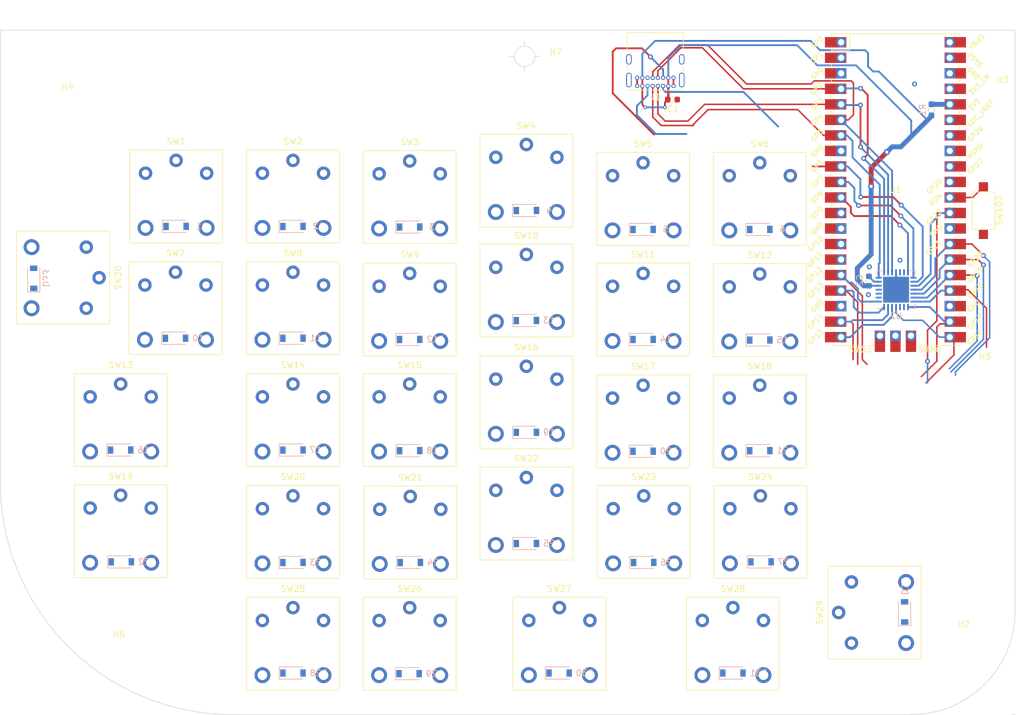
<source format=kicad_pcb>
(kicad_pcb (version 20211014) (generator pcbnew)
  (layers (0 "F.Cu" signal) (31 "B.Cu" signal) (34 "B.Paste" user) (35 "F.Paste" user) (36 "B.SilkS" user "B.Silkscreen") (37 "F.SilkS" user "F.Silkscreen") (38 "B.Mask" user) (39 "F.Mask" user) (44 "Edge.Cuts" user))
  (net 0 "")
  (net 1 "GND")
  (net 2 "Net-(D11-Pad2)")
  (net 3 "Net-(D12-Pad2)")
  (net 4 "Net-(D13-Pad2)")
  (net 5 "/ROW_0")
  (net 6 "Net-(D14-Pad2)")
  (net 7 "Net-(D15-Pad2)")
  (net 8 "Net-(D16-Pad2)")
  (net 9 "Net-(D17-Pad2)")
  (net 10 "Net-(D18-Pad2)")
  (net 11 "Net-(D19-Pad2)")
  (net 12 "/ROW_1")
  (net 13 "Net-(D20-Pad2)")
  (net 14 "Net-(D21-Pad2)")
  (net 15 "Net-(D22-Pad2)")
  (net 16 "Net-(D23-Pad2)")
  (net 17 "Net-(D24-Pad2)")
  (net 18 "Net-(D25-Pad2)")
  (net 19 "/ROW_2")
  (net 20 "Net-(D26-Pad2)")
  (net 21 "Net-(D27-Pad2)")
  (net 22 "Net-(D28-Pad2)")
  (net 23 "Net-(D29-Pad2)")
  (net 24 "Net-(D30-Pad2)")
  (net 25 "Net-(D31-Pad2)")
  (net 26 "/ROW_3")
  (net 27 "Net-(D32-Pad2)")
  (net 28 "/ROW_4")
  (net 29 "/SPI0_TX")
  (net 30 "/SPI0_CSn")
  (net 31 "/SPI0_RX")
  (net 32 "/SPI0_SCK")
  (net 33 "/COL_0")
  (net 34 "/COL_1")
  (net 35 "/COL_2")
  (net 36 "/COL_3")
  (net 37 "/COL_4")
  (net 38 "/COL_5")
  (net 39 "Net-(D1-Pad2)")
  (net 40 "Net-(D2-Pad2)")
  (net 41 "Net-(D3-Pad2)")
  (net 42 "Net-(D4-Pad2)")
  (net 43 "Net-(D5-Pad2)")
  (net 44 "Net-(D6-Pad2)")
  (net 45 "Net-(D10-Pad2)")
  (net 57 "+VDC")
  (net 58 "/~{RESET}")
  (net 59 "/INTB")
  (net 60 "/INTA")
  (net 61 "Net-(R1-Pad1)")
  (net 74 "Net-(D33-Pad2)")
  (net 75 "Net-(SW100-Pad1)")
  (footprint "Capacitor_SMD:C_0603_1608Metric" (layer "F.Cu") (at 196.51 46.35)
    (fp_text reference "C1")
    (fp_text value "C")
  )
  (footprint "Switch_Keyboard_Kailh:SW_Kailh_Choc_V1V2_1.00u" (layer "F.Cu") (at 134.399709 62.2)
    (fp_text reference "SW2")
    (fp_text value "SW_Push")
  )
  (footprint "Switch_Keyboard_Kailh:SW_Kailh_Choc_V1V2_1.00u" (layer "F.Cu") (at 210.8 99)
    (fp_text reference "SW18")
    (fp_text value "SW_Push")
  )
  (footprint "MCU_RaspberryPi_and_Boards:RPi_Pico_SMD_TH" (layer "F.Cu") (at 233 61.1)
    (fp_text reference "U1")
    (fp_text value "Pico")
  )
  (footprint "Switch_Keyboard_Kailh:SW_Kailh_Choc_V1V2_1.00u" (layer "F.Cu") (at 191.8 117.1)
    (fp_text reference "SW23")
    (fp_text value "SW_Push")
  )
  (footprint "MountingHole:MountingHole_3.2mm_M3" (layer "F.Cu") (at 172.3 39.3)
    (fp_text reference "H7")
    (fp_text value "MountingHole")
  )
  (footprint "Switch_Keyboard_Kailh:SW_Kailh_Choc_V1V2_1.50u" (layer "F.Cu") (at 229.6 130.3 90)
    (fp_text reference "SW29")
    (fp_text value "SW_Push")
  )
  (footprint "Switch_Keyboard_Kailh:SW_Kailh_Choc_V1V2_1.00u" (layer "F.Cu") (at 134.399709 98.8)
    (fp_text reference "SW14")
    (fp_text value "SW_Push")
  )
  (footprint "Connector_USB:USB_C_Receptacle_GCT_USB4085" (layer "F.Cu") (at 196.675 44.125 180)
    (fp_text reference "J1")
    (fp_text value "USB_C_Receptacle_USB2.0")
  )
  (footprint "Switch_Keyboard_Kailh:SW_Kailh_Choc_V1V2_2.00u" (layer "F.Cu") (at 106.2 98.8)
    (fp_text reference "SW13")
    (fp_text value "SW_Push")
  )
  (footprint "Switch_Keyboard_Kailh:SW_Kailh_Choc_V1V2_1.00u" (layer "F.Cu") (at 210.8 62.6)
    (fp_text reference "SW6")
    (fp_text value "SW_Push")
  )
  (footprint "Switch_Keyboard_Kailh:SW_Kailh_Choc_V1V2_1.50u" (layer "F.Cu") (at 178 135.394035)
    (fp_text reference "SW27")
    (fp_text value "SW_Push")
  )
  (footprint "Switch_Keyboard_Kailh:SW_Kailh_Choc_V1V2_1.00u" (layer "F.Cu") (at 172.599709 77.6)
    (fp_text reference "SW10")
    (fp_text value "SW_Push")
  )
  (footprint "Switch_Keyboard_Kailh:SW_Kailh_Choc_V1V2_1.00u" (layer "F.Cu") (at 115.269767 62.2)
    (fp_text reference "SW1")
    (fp_text value "SW_Push")
  )
  (footprint "Switch_Keyboard_Kailh:SW_Kailh_Choc_V1V2_1.00u" (layer "F.Cu") (at 191.7 80.7)
    (fp_text reference "SW11")
    (fp_text value "SW_Push")
  )
  (footprint "MountingHole:MountingHole_3.2mm_M3" (layer "F.Cu") (at 244.14 136.43)
    (fp_text reference "H2")
    (fp_text value "MountingHole")
  )
  (footprint "Switch_Keyboard_Kailh:SW_Kailh_Choc_V1V2_1.50u" (layer "F.Cu") (at 96.769767 75.5 -90)
    (fp_text reference "SW30")
    (fp_text value "SW_Push")
  )
  (footprint "Switch_Keyboard_Kailh:SW_Kailh_Choc_V1V2_1.00u" (layer "F.Cu") (at 153.599709 117.2)
    (fp_text reference "SW21")
    (fp_text value "SW_Push")
  )
  (footprint "MountingHole:MountingHole_3.2mm_M3" (layer "F.Cu") (at 247.65 92.6)
    (fp_text reference "H5")
    (fp_text value "MountingHole")
  )
  (footprint "Switch_Keyboard_Kailh:SW_Kailh_Choc_V1V2_1.00u" (layer "F.Cu") (at 153.499709 80.7)
    (fp_text reference "SW9")
    (fp_text value "SW_Push")
  )
  (footprint "MountingHole:MountingHole_3.2mm_M3" (layer "F.Cu") (at 97.8 39.3)
    (fp_text reference "H4")
    (fp_text value "MountingHole")
  )
  (footprint "Switch_Keyboard_Kailh:SW_Kailh_Choc_V1V2_1.00u" (layer "F.Cu") (at 172.599709 59.6)
    (fp_text reference "SW4")
    (fp_text value "SW_Push")
  )
  (footprint "Switch_Keyboard_Kailh:SW_Kailh_Choc_V1V2_1.00u" (layer "F.Cu") (at 115.169767 80.5)
    (fp_text reference "SW7")
    (fp_text value "SW_Push")
  )
  (footprint "MountingHole:MountingHole_3.2mm_M3" (layer "F.Cu") (at 107.5 138.3)
    (fp_text reference "H6")
    (fp_text value "MountingHole")
  )
  (footprint "Button_Switch_SMD:SW_SPST_CK_RS282G05A3" (layer "F.Cu") (at 247.396 64.516 -90)
    (fp_text reference "SW100")
    (fp_text value "SW_SPST")
  )
  (footprint "Switch_Keyboard_Kailh:SW_Kailh_Choc_V1V2_1.00u" (layer "F.Cu") (at 191.7 99)
    (fp_text reference "SW17")
    (fp_text value "SW_Push")
  )
  (footprint "Switch_Keyboard_Kailh:SW_Kailh_Choc_V1V2_2.00u" (layer "F.Cu") (at 106.2 117)
    (fp_text reference "SW19")
    (fp_text value "SW_Push")
  )
  (footprint "Switch_Keyboard_Kailh:SW_Kailh_Choc_V1V2_1.00u" (layer "F.Cu") (at 210.9 117.1)
    (fp_text reference "SW24")
    (fp_text value "SW_Push")
  )
  (footprint "Switch_Keyboard_Kailh:SW_Kailh_Choc_V1V2_1.50u" (layer "F.Cu") (at 206.399709 135.394035)
    (fp_text reference "SW28")
    (fp_text value "SW_Push")
  )
  (footprint "Switch_Keyboard_Kailh:SW_Kailh_Choc_V1V2_1.00u" (layer "F.Cu") (at 191.7 62.6)
    (fp_text reference "SW5")
    (fp_text value "SW_Push")
  )
  (footprint "Switch_Keyboard_Kailh:SW_Kailh_Choc_V1V2_1.00u" (layer "F.Cu") (at 153.499709 62.3)
    (fp_text reference "SW3")
    (fp_text value "SW_Push")
  )
  (footprint "Switch_Keyboard_Kailh:SW_Kailh_Choc_V1V2_1.00u" (layer "F.Cu") (at 134.4 135.4)
    (fp_text reference "SW25")
    (fp_text value "SW_Push")
  )
  (footprint "Switch_Keyboard_Kailh:SW_Kailh_Choc_V1V2_1.00u" (layer "F.Cu") (at 172.599709 114.1)
    (fp_text reference "SW22")
    (fp_text value "SW_Push")
  )
  (footprint "Switch_Keyboard_Kailh:SW_Kailh_Choc_V1V2_1.00u" (layer "F.Cu") (at 153.499709 98.8)
    (fp_text reference "SW15")
    (fp_text value "SW_Push")
  )
  (footprint "MountingHole:MountingHole_3.2mm_M3" (layer "F.Cu") (at 248.9 38.7)
    (fp_text reference "H3")
    (fp_text value "MountingHole")
  )
  (footprint "Switch_Keyboard_Kailh:SW_Kailh_Choc_V1V2_1.00u" (layer "F.Cu") (at 134.399709 80.5)
    (fp_text reference "SW8")
    (fp_text value "SW_Push")
  )
  (footprint "Switch_Keyboard_Kailh:SW_Kailh_Choc_V1V2_1.00u" (layer "F.Cu") (at 210.8 80.8)
    (fp_text reference "SW12")
    (fp_text value "SW_Push")
  )
  (footprint "Switch_Keyboard_Kailh:SW_Kailh_Choc_V1V2_1.00u" (layer "F.Cu") (at 134.399709 117.1)
    (fp_text reference "SW20")
    (fp_text value "SW_Push")
  )
  (footprint "Switch_Keyboard_Kailh:SW_Kailh_Choc_V1V2_1.00u" (layer "F.Cu") (at 172.599709 95.9)
    (fp_text reference "SW16")
    (fp_text value "SW_Push")
  )
  (footprint "Switch_Keyboard_Kailh:SW_Kailh_Choc_V1V2_1.00u" (layer "F.Cu") (at 153.499709 135.4)
    (fp_text reference "SW26")
    (fp_text value "SW_Push")
  )
  (footprint "Diode_SMD:D_SOD-123" (layer "B.Cu") (at 153.5 85.605965 0.3141592654)
    (fp_text reference "D12")
    (fp_text value "1N4148W")
  )
  (footprint "Diode_SMD:D_SOD-123" (layer "B.Cu") (at 134.4 122.105965 0.3141592654)
    (fp_text reference "D23")
    (fp_text value "1N4148W")
  )
  (footprint "Diode_SMD:D_SOD-123" (layer "B.Cu") (at 172.6 100.805965 0.3141592654)
    (fp_text reference "D19")
    (fp_text value "1N4148W")
  )
  (footprint "Diode_SMD:D_SOD-123" (layer "B.Cu") (at 153.5 103.805965 0.3141592654)
    (fp_text reference "D18")
    (fp_text value "1N4148W")
  )
  (footprint "Diode_SMD:D_SOD-123" (layer "B.Cu") (at 172.6 82.505965 0.3141592654)
    (fp_text reference "D13")
    (fp_text value "1N4148W")
  )
  (footprint "Diode_SMD:D_SOD-123" (layer "B.Cu") (at 191.700287 67.60466 0.3141592654)
    (fp_text reference "D5")
    (fp_text value "1N4148W")
  )
  (footprint "Diode_SMD:D_SOD-123" (layer "B.Cu") (at 153.4 140.3)
    (fp_text reference "D29")
    (fp_text value "1N4148W")
  )
  (footprint "Package_DFN_QFN:QFN-28-1EP_6x6mm_P0.65mm_EP4.25x4.25mm" (layer "B.Cu") (at 233.1 77.46)
    (fp_text reference "U2")
    (fp_text value "MCP23S17_ML")
  )
  (footprint "Resistor_SMD:R_0603_1608Metric_Pad0.98x0.95mm_HandSolder" (layer "B.Cu") (at 238.89 48.03 -90)
    (fp_text reference "R1")
    (fp_text value "0")
  )
  (footprint "Diode_SMD:D_SOD-123" (layer "B.Cu") (at 172.6 119.005965 0.3141592654)
    (fp_text reference "D25")
    (fp_text value "1N4148W")
  )
  (footprint "Diode_SMD:D_SOD-123" (layer "B.Cu") (at 177.95 140.2)
    (fp_text reference "D30")
    (fp_text value "1N4148W")
  )
  (footprint "Diode_SMD:D_SOD-123" (layer "B.Cu") (at 234.505965 130.199709 90.31415927)
    (fp_text reference "D32")
    (fp_text value "1N4148W")
  )
  (footprint "Diode_SMD:D_SOD-123" (layer "B.Cu") (at 153.6 122.105965 0.3141592654)
    (fp_text reference "D24")
    (fp_text value "1N4148W")
  )
  (footprint "Diode_SMD:D_SOD-123" (layer "B.Cu") (at 115.270054 67.10466 0.3141592654)
    (fp_text reference "D1")
    (fp_text value "1N4148W")
  )
  (footprint "Diode_SMD:D_SOD-123" (layer "B.Cu") (at 134.399996 67.10466 0.3141592654)
    (fp_text reference "D2")
    (fp_text value "1N4148W")
  )
  (footprint "Diode_SMD:D_SOD-123" (layer "B.Cu") (at 210.800291 85.705965 0.3141592654)
    (fp_text reference "D15")
    (fp_text value "1N4148W")
  )
  (footprint "Diode_SMD:D_SOD-123" (layer "B.Cu") (at 115.170058 85.405965 0.3141592654)
    (fp_text reference "D10")
    (fp_text value "1N4148W")
  )
  (footprint "Diode_SMD:D_SOD-123" (layer "B.Cu") (at 206.4 140.2)
    (fp_text reference "D31")
    (fp_text value "1N4148W")
  )
  (footprint "Diode_SMD:D_SOD-123" (layer "B.Cu") (at 106.3 122.005965 0.3141592654)
    (fp_text reference "D22")
    (fp_text value "1N4148W")
  )
  (footprint "Diode_SMD:D_SOD-123" (layer "B.Cu") (at 134.4 103.705965 0.3141592654)
    (fp_text reference "D17")
    (fp_text value "1N4148W")
  )
  (footprint "Diode_SMD:D_SOD-123" (layer "B.Cu") (at 191.800291 122.105965 0.3141592654)
    (fp_text reference "D26")
    (fp_text value "1N4148W")
  )
  (footprint "Diode_SMD:D_SOD-123" (layer "B.Cu") (at 210.800287 67.60466 0.3141592654)
    (fp_text reference "D6")
    (fp_text value "1N4148W")
  )
  (footprint "Diode_SMD:D_SOD-123" (layer "B.Cu") (at 172.599996 64.50466 0.3141592654)
    (fp_text reference "D4")
    (fp_text value "1N4148W")
  )
  (footprint "Diode_SMD:D_SOD-123" (layer "B.Cu") (at 134.4 85.405965 0.3141592654)
    (fp_text reference "D11")
    (fp_text value "1N4148W")
  )
  (footprint "Diode_SMD:D_SOD-123" (layer "B.Cu") (at 106.2 103.705965 0.3141592654)
    (fp_text reference "D16")
    (fp_text value "1N4148W")
  )
  (footprint "Diode_SMD:D_SOD-123" (layer "B.Cu") (at 134.4 140.2)
    (fp_text reference "D28")
    (fp_text value "1N4148W")
  )
  (footprint "Diode_SMD:D_SOD-123" (layer "B.Cu") (at 191.700291 85.605965 0.3141592654)
    (fp_text reference "D14")
    (fp_text value "1N4148W")
  )
  (footprint "Diode_SMD:D_SOD-123" (layer "B.Cu") (at 211.000291 122.005965 0.3141592654)
    (fp_text reference "D27")
    (fp_text value "1N4148W")
  )
  (footprint "Diode_SMD:D_SOD-123" (layer "B.Cu") (at 191.700291 103.905965 0.3141592654)
    (fp_text reference "D20")
    (fp_text value "1N4148W")
  )
  (footprint "Diode_SMD:D_SOD-123" (layer "B.Cu") (at 91.969767 75.6 90.3141593)
    (fp_text reference "D33")
    (fp_text value "1N4148W")
  )
  (footprint "Diode_SMD:D_SOD-123" (layer "B.Cu") (at 210.800291 103.805965 0.3141592654)
    (fp_text reference "D21")
    (fp_text value "1N4148W")
  )
  (footprint "Diode_SMD:D_SOD-123" (layer "B.Cu") (at 153.499996 67.20466 0.3141592654)
    (fp_text reference "D3")
    (fp_text value "1N4148W")
  )
  (footprint "Capacitor_SMD:C_0603_1608Metric" (layer "B.Cu") (at 228.66 76.05 90)
    (fp_text reference "C2")
    (fp_text value "C")
  )
  (gr_arc (start 252.6 130) (mid 247.620815 142.020815) (end 235.6 147) (layer "Edge.Cuts") (width 0.1))
  (gr_line (start 86.5 35) (end 86.5 109) (layer "Edge.Cuts") (width 0.1))
  (gr_line (start 252.6 130) (end 252.6 35) (layer "Edge.Cuts") (width 0.1))
  (gr_line (start 124.5 147) (end 235.6 147) (layer "Edge.Cuts") (width 0.1))
  (gr_line (start 252.1 147) (end 252.6 147) (layer "Edge.Cuts") (width 0.1))
  (gr_line (start 252.6 35) (end 86.5 35) (layer "Edge.Cuts") (width 0.1))
  (gr_arc (start 124.5 147) (mid 97.629942 135.870058) (end 86.5 109) (layer "Edge.Cuts") (width 0.1))
  (target plus (at 172.3 39.3) (size 5) (width 0.1) (layer "Edge.Cuts"))
  (segment (start 190.725 42.775) (end 190.725 44.125) (width 0.3) (layer "F.Cu") (net 1))
  (segment (start 196.675 42.775) (end 196.675 44.125) (width 0.3) (layer "F.Cu") (net 1))
  (via (at 233.75 72.63) (size 0.8) (drill 0.4) (layers "F.Cu" "B.Cu") (net 1))
  (via (at 228.72 73.73) (size 0.8) (drill 0.4) (layers "F.Cu" "B.Cu") (net 1))
  (via (at 228.57 78.28) (size 0.8) (drill 0.4) (layers "F.Cu" "B.Cu") (net 1))
  (via (at 236.14 43.81) (size 0.8) (drill 0.4) (layers "F.Cu" "B.Cu") (net 1))
  (segment (start 229.49 76.16) (end 228.66 75.33) (width 0.3) (layer "B.Cu") (net 1))
  (segment (start 233.1 74.6225) (end 233.1 77.46) (width 0.3) (layer "B.Cu") (net 1))
  (segment (start 228.66 75.33) (end 228.66 75.275) (width 0.3) (layer "B.Cu") (net 1))
  (segment (start 230.2625 76.16) (end 229.49 76.16) (width 0.3) (layer "B.Cu") (net 1))
  (segment (start 242.57 88.138) (end 237.998 92.71) (width 0.25) (layer "F.Cu") (net 5))
  (segment (start 242.57 85.91) (end 242.57 88.138) (width 0.25) (layer "F.Cu") (net 5))
  (segment (start 241.89 85.23) (end 242.57 85.91) (width 0.25) (layer "F.Cu") (net 5))
  (segment (start 241.89 85.23) (end 240.2 85.23) (width 0.25) (layer "B.Cu") (net 5))
  (segment (start 233.09 81.26) (end 233.09 80.3075) (width 0.25) (layer "B.Cu") (net 5))
  (segment (start 240.2 85.23) (end 237.44 82.47) (width 0.25) (layer "B.Cu") (net 5))
  (segment (start 234.3 82.47) (end 233.09 81.26) (width 0.25) (layer "B.Cu") (net 5))
  (segment (start 233.09 80.3075) (end 233.1 80.2975) (width 0.25) (layer "B.Cu") (net 5))
  (segment (start 237.44 82.47) (end 234.3 82.47) (width 0.25) (layer "B.Cu") (net 5))
  (segment (start 232.45 80.2975) (end 232.45 81.84) (width 0.3) (layer "B.Cu") (net 12))
  (segment (start 227.61 83.22) (end 225.6 85.23) (width 0.3) (layer "B.Cu") (net 12))
  (segment (start 225.6 85.23) (end 224.11 85.23) (width 0.3) (layer "B.Cu") (net 12))
  (segment (start 232.45 81.84) (end 231.07 83.22) (width 0.3) (layer "B.Cu") (net 12))
  (segment (start 231.07 83.22) (end 227.61 83.22) (width 0.3) (layer "B.Cu") (net 12))
  (segment (start 226.06 88.9) (end 226.06 83.058) (width 0.25) (layer "F.Cu") (net 19))
  (segment (start 226.06 83.058) (end 225.692 82.69) (width 0.25) (layer "F.Cu") (net 19))
  (segment (start 225.692 82.69) (end 224.11 82.69) (width 0.25) (layer "F.Cu") (net 19))
  (segment (start 231.8 80.2975) (end 231.8 81.51) (width 0.3) (layer "B.Cu") (net 19))
  (segment (start 231.8 81.51) (end 231.62 81.69) (width 0.3) (layer "B.Cu") (net 19))
  (segment (start 231.62 81.69) (end 230.86 82.45) (width 0.3) (layer "B.Cu") (net 19))
  (segment (start 230.35 82.45) (end 226 82.45) (width 0.3) (layer "B.Cu") (net 19))
  (segment (start 225.76 82.69) (end 226 82.45) (width 0.25) (layer "B.Cu") (net 19))
  (segment (start 230.86 82.45) (end 230.35 82.45) (width 0.3) (layer "B.Cu") (net 19))
  (segment (start 224.11 82.69) (end 225.76 82.69) (width 0.25) (layer "B.Cu") (net 19))
  (segment (start 226.822 89.638) (end 226.822 79.502) (width 0.25) (layer "F.Cu") (net 26))
  (segment (start 224.93 77.61) (end 224.11 77.61) (width 0.25) (layer "F.Cu") (net 26))
  (segment (start 226.82 89.64) (end 226.822 89.638) (width 0.25) (layer "F.Cu") (net 26))
  (segment (start 226.822 79.502) (end 224.93 77.61) (width 0.25) (layer "F.Cu") (net 26))
  (segment (start 224.11 77.61) (end 225.91 77.61) (width 0.3) (layer "B.Cu") (net 26))
  (segment (start 225.91 77.61) (end 226.17 77.87) (width 0.3) (layer "B.Cu") (net 26))
  (segment (start 226.17 77.87) (end 226.17 80.31) (width 0.3) (layer "B.Cu") (net 26))
  (segment (start 226.17 80.31) (end 227.08 81.22) (width 0.3) (layer "B.Cu") (net 26))
  (segment (start 230.2275 81.22) (end 231.15 80.2975) (width 0.3) (layer "B.Cu") (net 26))
  (segment (start 227.08 81.22) (end 230.2275 81.22) (width 0.3) (layer "B.Cu") (net 26))
  (segment (start 227.584 88.9) (end 227.584 78.486) (width 0.25) (layer "F.Cu") (net 28))
  (segment (start 227.584 78.486) (end 224.168 75.07) (width 0.25) (layer "F.Cu") (net 28))
  (segment (start 228.346 89.662) (end 227.584 88.9) (width 0.25) (layer "F.Cu") (net 28))
  (segment (start 224.168 75.07) (end 224.11 75.07) (width 0.25) (layer "F.Cu") (net 28))
  (segment (start 230.2625 79.41) (end 227.32 79.41) (width 0.3) (layer "B.Cu") (net 28))
  (segment (start 227.32 79.41) (end 226.85 78.94) (width 0.3) (layer "B.Cu") (net 28))
  (segment (start 225.86 76.3) (end 225.34 76.3) (width 0.3) (layer "B.Cu") (net 28))
  (segment (start 226.85 78.94) (end 226.85 77.29) (width 0.3) (layer "B.Cu") (net 28))
  (segment (start 225.34 76.3) (end 224.11 75.07) (width 0.3) (layer "B.Cu") (net 28))
  (segment (start 226.85 77.29) (end 225.86 76.3) (width 0.3) (layer "B.Cu") (net 28))
  (segment (start 227.28 54.12) (end 227.28 47.25) (width 0.3) (layer "F.Cu") (net 29))
  (segment (start 201.76 47.13) (end 199.02 49.87) (width 0.25) (layer "F.Cu") (net 29))
  (segment (start 224.11 47.13) (end 201.76 47.13) (width 0.25) (layer "F.Cu") (net 29))
  (segment (start 194.125 48.675) (end 195.32 49.87) (width 0.25) (layer "F.Cu") (net 29))
  (segment (start 194.125 44.125) (end 194.125 48.675) (width 0.25) (layer "F.Cu") (net 29))
  (segment (start 199.02 49.87) (end 195.32 49.87) (width 0.25) (layer "F.Cu") (net 29))
  (via (at 227.28 54.12) (size 0.8) (drill 0.4) (layers "F.Cu" "B.Cu") (net 29))
  (via (at 227.28 47.25) (size 0.8) (drill 0.4) (layers "F.Cu" "B.Cu") (net 29))
  (segment (start 227.28 47.25) (end 224.23 47.25) (width 0.3) (layer "B.Cu") (net 29))
  (segment (start 231.8 63.49) (end 231.8 58.64) (width 0.3) (layer "B.Cu") (net 29))
  (segment (start 231.8 74.6225) (end 231.8 63.49) (width 0.3) (layer "B.Cu") (net 29))
  (segment (start 231.8 58.64) (end 227.28 54.12) (width 0.3) (layer "B.Cu") (net 29))
  (segment (start 224.23 47.25) (end 224.11 47.13) (width 0.3) (layer "B.Cu") (net 29))
  (segment (start 202.34 47.99) (end 199.93 50.4) (width 0.25) (layer "F.Cu") (net 30))
  (segment (start 199.93 50.4) (end 199.93 50.59) (width 0.25) (layer "F.Cu") (net 30))
  (segment (start 217.01 47.99) (end 202.34 47.99) (width 0.25) (layer "F.Cu") (net 30))
  (segment (start 199.93 50.59) (end 194.66 50.59) (width 0.25) (layer "F.Cu") (net 30))
  (segment (start 224.11 52.21) (end 221.23 52.21) (width 0.25) (layer "F.Cu") (net 30))
  (segment (start 194.66 50.59) (end 193.275 49.205) (width 0.25) (layer "F.Cu") (net 30))
  (segment (start 193.275 49.205) (end 193.275 44.125) (width 0.25) (layer "F.Cu") (net 30))
  (segment (start 221.23 52.21) (end 217.01 47.99) (width 0.25) (layer "F.Cu") (net 30))
  (segment (start 225.07 52.21) (end 224.11 52.21) (width 0.3) (layer "B.Cu") (net 30))
  (segment (start 230.2625 75.51) (end 230.2625 73.2275) (width 0.3) (layer "B.Cu") (net 30))
  (segment (start 225.98 53.12) (end 225.07 52.21) (width 0.3) (layer "B.Cu") (net 30))
  (segment (start 230.43 60.28) (end 225.98 55.83) (width 0.3) (layer "B.Cu") (net 30))
  (segment (start 230.43 73.06) (end 230.43 60.28) (width 0.3) (layer "B.Cu") (net 30))
  (segment (start 230.2625 73.2275) (end 230.43 73.06) (width 0.3) (layer "B.Cu") (net 30))
  (segment (start 225.98 55.83) (end 225.98 53.12) (width 0.3) (layer "B.Cu") (net 30))
  (segment (start 193.3 41.78) (end 197.67 37.41) (width 0.25) (layer "F.Cu") (net 31))
  (segment (start 193.3 41.86) (end 193.3 41.78) (width 0.25) (layer "F.Cu") (net 31))
  (segment (start 197.67 37.41) (end 202.25 37.41) (width 0.25) (layer "F.Cu") (net 31))
  (segment (start 226.13 43.65) (end 226.13 48.83) (width 0.25) (layer "F.Cu") (net 31))
  (segment (start 225.77 43.29) (end 226.13 43.65) (width 0.25) (layer "F.Cu") (net 31))
  (segment (start 202.25 37.41) (end 208.63 43.79) (width 0.25) (layer "F.Cu") (net 31))
  (segment (start 193.275 42.775) (end 193.275 41.885) (width 0.25) (layer "F.Cu") (net 31))
  (segment (start 219.2 43.79) (end 219.7 43.29) (width 0.25) (layer "F.Cu") (net 31))
  (segment (start 193.275 41.885) (end 193.3 41.86) (width 0.25) (layer "F.Cu") (net 31))
  (segment (start 224.12 49.68) (end 224.11 49.67) (width 0.25) (layer "F.Cu") (net 31))
  (segment (start 225.28 49.68) (end 224.12 49.68) (width 0.25) (layer "F.Cu") (net 31))
  (segment (start 226.13 48.83) (end 225.28 49.68) (width 0.25) (layer "F.Cu") (net 31))
  (segment (start 219.7 43.29) (end 225.77 43.29) (width 0.25) (layer "F.Cu") (net 31))
  (segment (start 208.63 43.79) (end 219.2 43.79) (width 0.25) (layer "F.Cu") (net 31))
  (segment (start 232.45 58.01) (end 224.11 49.67) (width 0.3) (layer "B.Cu") (net 31))
  (segment (start 232.45 74.6225) (end 232.45 58.01) (width 0.3) (layer "B.Cu") (net 31))
  (segment (start 201.39 37.87) (end 197.89 37.87) (width 0.25) (layer "F.Cu") (net 32))
  (segment (start 228.46 45.58) (end 227.37 44.49) (width 0.3) (layer "F.Cu") (net 32))
  (segment (start 227.34 44.52) (end 227.29 44.52) (width 0.3) (layer "F.Cu") (net 32))
  (segment (start 227.8 55.98) (end 228.46 55.32) (width 0.3) (layer "F.Cu") (net 32))
  (segment (start 208.11 44.59) (end 201.39 37.87) (width 0.25) (layer "F.Cu") (net 32))
  (segment (start 224.11 44.59) (end 208.11 44.59) (width 0.25) (layer "F.Cu") (net 32))
  (segment (start 228.46 55.32) (end 228.46 51.74) (width 0.3) (layer "F.Cu") (net 32))
  (segment (start 194.125 41.635) (end 194.125 42.775) (width 0.25) (layer "F.Cu") (net 32))
  (segment (start 197.89 37.87) (end 194.125 41.635) (width 0.25) (layer "F.Cu") (net 32))
  (segment (start 228.46 51.74) (end 228.46 45.58) (width 0.3) (layer "F.Cu") (net 32))
  (segment (start 227.37 44.49) (end 227.34 44.52) (width 0.3) (layer "F.Cu") (net 32))
  (via (at 227.8 55.98) (size 0.8) (drill 0.4) (layers "F.Cu" "B.Cu") (net 32))
  (via (at 227.29 44.52) (size 0.8) (drill 0.4) (layers "F.Cu" "B.Cu") (net 32))
  (segment (start 227.29 44.52) (end 224.18 44.52) (width 0.3) (layer "B.Cu") (net 32))
  (segment (start 231.15 74.6225) (end 231.15 59.33) (width 0.3) (layer "B.Cu") (net 32))
  (segment (start 224.18 44.52) (end 224.11 44.59) (width 0.3) (layer "B.Cu") (net 32))
  (segment (start 231.15 59.33) (end 227.8 55.98) (width 0.3) (layer "B.Cu") (net 32))
  (segment (start 241.89 64.91) (end 239.89 64.91) (width 0.25) (layer "F.Cu") (net 33))
  (segment (start 238.252 84.078) (end 238.252 89.192) (width 0.25) (layer "F.Cu") (net 33))
  (segment (start 239.89 64.91) (end 239.776 65.024) (width 0.25) (layer "F.Cu") (net 33))
  (segment (start 239.776 82.554) (end 238.252 84.078) (width 0.25) (layer "F.Cu") (net 33))
  (segment (start 239.776 65.024) (end 239.776 82.554) (width 0.25) (layer "F.Cu") (net 33))
  (via (at 238.252 89.192) (size 0.8) (drill 0.4) (layers "F.Cu" "B.Cu") (net 33))
  (segment (start 238.77 66.64) (end 240.5 64.91) (width 0.3) (layer "B.Cu") (net 33))
  (segment (start 236.82 76.81) (end 238.77 74.86) (width 0.3) (layer "B.Cu") (net 33))
  (segment (start 240.5 64.91) (end 241.89 64.91) (width 0.3) (layer "B.Cu") (net 33))
  (segment (start 238.77 74.86) (end 238.77 66.64) (width 0.3) (layer "B.Cu") (net 33))
  (segment (start 238.252 89.192) (end 238.252 92.71) (width 0.25) (layer "B.Cu") (net 33))
  (segment (start 235.9375 76.81) (end 236.82 76.81) (width 0.3) (layer "B.Cu") (net 33))
  (segment (start 247.396 71.882) (end 245.504 69.99) (width 0.25) (layer "F.Cu") (net 34))
  (segment (start 245.504 69.99) (end 241.89 69.99) (width 0.25) (layer "F.Cu") (net 34))
  (via (at 247.396 71.882) (size 0.8) (drill 0.4) (layers "F.Cu" "B.Cu") (net 34))
  (segment (start 248.412 85.344) (end 248.412 72.898) (width 0.25) (layer "B.Cu") (net 34))
  (segment (start 237.25 77.46) (end 239.52 75.19) (width 0.3) (layer "B.Cu") (net 34))
  (segment (start 239.52 75.19) (end 239.52 72.36) (width 0.3) (layer "B.Cu") (net 34))
  (segment (start 239.52 72.36) (end 241.89 69.99) (width 0.3) (layer "B.Cu") (net 34))
  (segment (start 242.824 91.44) (end 242.824 90.932) (width 0.25) (layer "B.Cu") (net 34))
  (segment (start 235.9375 77.46) (end 237.25 77.46) (width 0.3) (layer "B.Cu") (net 34))
  (segment (start 248.412 72.898) (end 247.396 71.882) (width 0.25) (layer "B.Cu") (net 34))
  (segment (start 242.824 90.932) (end 248.412 85.344) (width 0.25) (layer "B.Cu") (net 34))
  (segment (start 241.89 72.53) (end 246.52 72.53) (width 0.25) (layer "F.Cu") (net 35))
  (segment (start 246.52 72.53) (end 247.396 73.406) (width 0.25) (layer "F.Cu") (net 35))
  (via (at 247.396 73.406) (size 0.8) (drill 0.4) (layers "F.Cu" "B.Cu") (net 35))
  (segment (start 240.25 74.17) (end 241.89 72.53) (width 0.3) (layer "B.Cu") (net 35))
  (segment (start 247.396 73.406) (end 247.396 85.598) (width 0.25) (layer "B.Cu") (net 35))
  (segment (start 235.9375 78.11) (end 237.67 78.11) (width 0.3) (layer "B.Cu") (net 35))
  (segment (start 242.316 90.678) (end 242.062 90.932) (width 0.25) (layer "B.Cu") (net 35))
  (segment (start 237.67 78.11) (end 240.23 75.55) (width 0.3) (layer "B.Cu") (net 35))
  (segment (start 247.396 85.598) (end 242.316 90.678) (width 0.25) (layer "B.Cu") (net 35))
  (segment (start 240.23 75.55) (end 240.23 74.17) (width 0.3) (layer "B.Cu") (net 35))
  (segment (start 240.23 74.17) (end 240.25 74.17) (width 0.3) (layer "B.Cu") (net 35))
  (segment (start 246.266 75.07) (end 246.38 75.184) (width 0.25) (layer "F.Cu") (net 36))
  (segment (start 241.89 75.07) (end 246.266 75.07) (width 0.25) (layer "F.Cu") (net 36))
  (via (at 246.38 75.184) (size 0.8) (drill 0.4) (layers "F.Cu" "B.Cu") (net 36))
  (segment (start 246.38 75.184) (end 246.38 85.852) (width 0.25) (layer "B.Cu") (net 36))
  (segment (start 235.9375 78.76) (end 238.2 78.76) (width 0.3) (layer "B.Cu") (net 36))
  (segment (start 238.2 78.76) (end 241.89 75.07) (width 0.3) (layer "B.Cu") (net 36))
  (segment (start 246.38 85.852) (end 241.808 90.424) (width 0.25) (layer "B.Cu") (net 36))
  (segment (start 247.904 86.868) (end 247.904 80.518) (width 0.25) (layer "F.Cu") (net 37))
  (segment (start 242.03 77.47) (end 241.89 77.61) (width 0.25) (layer "F.Cu") (net 37))
  (segment (start 247.904 80.518) (end 244.856 77.47) (width 0.25) (layer "F.Cu") (net 37))
  (segment (start 244.856 77.47) (end 242.03 77.47) (width 0.25) (layer "F.Cu") (net 37))
  (segment (start 240.44 77.61) (end 241.89 77.61) (width 0.3) (layer "B.Cu") (net 37))
  (segment (start 235.9375 79.41) (end 238.64 79.41) (width 0.3) (layer "B.Cu") (net 37))
  (segment (start 238.64 79.41) (end 240.44 77.61) (width 0.3) (layer "B.Cu") (net 37))
  (segment (start 239.776 83.566) (end 239.776 89.154) (width 0.25) (layer "F.Cu") (net 38))
  (segment (start 241.89 82.69) (end 241.522 83.058) (width 0.25) (layer "F.Cu") (net 38))
  (segment (start 240.284 83.058) (end 239.776 83.566) (width 0.25) (layer "F.Cu") (net 38))
  (segment (start 239.776 89.154) (end 237.236 91.694) (width 0.25) (layer "F.Cu") (net 38))
  (segment (start 241.522 83.058) (end 240.284 83.058) (width 0.25) (layer "F.Cu") (net 38))
  (segment (start 235.05 80.2975) (end 238.6375 80.2975) (width 0.3) (layer "B.Cu") (net 38))
  (segment (start 238.6375 80.2975) (end 241.03 82.69) (width 0.3) (layer "B.Cu") (net 38))
  (segment (start 241.03 82.69) (end 241.89 82.69) (width 0.3) (layer "B.Cu") (net 38))
  (segment (start 195.825 46.26) (end 195.735 46.35) (width 0.3) (layer "F.Cu") (net 57))
  (segment (start 191.575 47.165) (end 192.03 47.62) (width 0.3) (layer "F.Cu") (net 57))
  (segment (start 191.575 44.125) (end 191.575 47.165) (width 0.3) (layer "F.Cu") (net 57))
  (segment (start 195.825 42.775) (end 195.825 44.125) (width 0.3) (layer "F.Cu") (net 57))
  (segment (start 195.27 47.62) (end 195.27 46.815) (width 0.3) (layer "F.Cu") (net 57))
  (segment (start 231.6 54.94) (end 229.03 57.51) (width 0.8) (layer "F.Cu") (net 57))
  (segment (start 191.575 42.775) (end 191.575 44.125) (width 0.3) (layer "F.Cu") (net 57))
  (segment (start 195.27 46.815) (end 195.735 46.35) (width 0.3) (layer "F.Cu") (net 57))
  (segment (start 229.03 57.51) (end 229.03 60.56) (width 0.8) (layer "F.Cu") (net 57))
  (segment (start 195.825 44.125) (end 195.825 46.26) (width 0.4) (layer "F.Cu") (net 57))
  (via (at 229.03 60.56) (size 1) (drill 0.5) (layers "F.Cu" "B.Cu") (net 57))
  (via (at 231.6 54.94) (size 1) (drill 0.5) (layers "F.Cu" "B.Cu") (net 57))
  (via (at 195.27 47.62) (size 0.6) (drill 0.3) (layers "F.Cu" "B.Cu") (net 57))
  (via (at 192.03 47.62) (size 0.6) (drill 0.3) (layers "F.Cu" "B.Cu") (net 57))
  (segment (start 238.89 49.08) (end 238.185 49.785) (width 0.8) (layer "B.Cu") (net 57))
  (segment (start 191.575 42.775) (end 191.575 38.845) (width 0.3) (layer "B.Cu") (net 57))
  (segment (start 232.46 54.08) (end 231.6 54.94) (width 0.8) (layer "B.Cu") (net 57))
  (segment (start 219.13 36.74) (end 220.66 38.27) (width 0.3) (layer "B.Cu") (net 57))
  (segment (start 196.785 38.495) (end 196.845 38.495) (width 0.3) (layer "B.Cu") (net 57))
  (segment (start 233.89 54.08) (end 232.46 54.08) (width 0.8) (layer "B.Cu") (net 57))
  (segment (start 192.03 47.62) (end 195.27 47.62) (width 0.3) (layer "B.Cu") (net 57))
  (segment (start 216.92 37.45) (end 220.22 40.75) (width 0.3) (layer "B.Cu") (net 57))
  (segment (start 230.2625 76.81) (end 228.675 76.81) (width 0.3) (layer "B.Cu") (net 57))
  (segment (start 220.66 38.27) (end 228.04 38.27) (width 0.3) (layer "B.Cu") (net 57))
  (segment (start 228.52 40.93) (end 229.34 41.75) (width 0.3) (layer "B.Cu") (net 57))
  (segment (start 229.34 41.75) (end 230.27 41.75) (width 0.3) (layer "B.Cu") (net 57))
  (segment (start 238.185 49.785) (end 235.585 52.385) (width 0.8) (layer "B.Cu") (net 57))
  (segment (start 226.76 75.78) (end 227.81 76.83) (width 0.8) (layer "B.Cu") (net 57))
  (segment (start 220.22 40.75) (end 226.56 40.75) (width 0.3) (layer "B.Cu") (net 57))
  (segment (start 196.845 38.495) (end 197.89 37.45) (width 0.3) (layer "B.Cu") (net 57))
  (segment (start 197.89 37.45) (end 216.92 37.45) (width 0.3) (layer "B.Cu") (net 57))
  (segment (start 238.89 48.9425) (end 238.89 49.08) (width 0.8) (layer "B.Cu") (net 57))
  (segment (start 229.03 71.67) (end 226.76 73.94) (width 0.8) (layer "B.Cu") (net 57))
  (segment (start 238.185 49.665) (end 238.185 49.785) (width 0.3) (layer "B.Cu") (net 57))
  (segment (start 227.81 76.83) (end 228.655 76.83) (width 0.8) (layer "B.Cu") (net 57))
  (segment (start 235.585 49.775) (end 235.585 52.385) (width 0.3) (layer "B.Cu") (net 57))
  (segment (start 228.04 38.27) (end 228.52 38.75) (width 0.3) (layer "B.Cu") (net 57))
  (segment (start 228.52 38.75) (end 228.52 40.93) (width 0.3) (layer "B.Cu") (net 57))
  (segment (start 230.27 41.75) (end 238.185 49.665) (width 0.3) (layer "B.Cu") (net 57))
  (segment (start 228.675 76.81) (end 228.66 76.825) (width 0.3) (layer "B.Cu") (net 57))
  (segment (start 195.825 39.455) (end 196.785 38.495) (width 0.3) (layer "B.Cu") (net 57))
  (segment (start 226.76 73.94) (end 226.76 75.78) (width 0.8) (layer "B.Cu") (net 57))
  (segment (start 229.03 60.56) (end 229.03 71.67) (width 0.8) (layer "B.Cu") (net 57))
  (segment (start 195.825 42.775) (end 195.825 39.455) (width 0.3) (layer "B.Cu") (net 57))
  (segment (start 226.56 40.75) (end 235.585 49.775) (width 0.3) (layer "B.Cu") (net 57))
  (segment (start 235.585 52.385) (end 234.41 53.56) (width 0.8) (layer "B.Cu") (net 57))
  (segment (start 191.575 38.845) (end 193.68 36.74) (width 0.3) (layer "B.Cu") (net 57))
  (segment (start 234.41 53.56) (end 233.89 54.08) (width 0.8) (layer "B.Cu") (net 57))
  (segment (start 193.68 36.74) (end 219.13 36.74) (width 0.3) (layer "B.Cu") (net 57))
  (segment (start 228.655 76.83) (end 228.66 76.825) (width 0.3) (layer "B.Cu") (net 57))
  (segment (start 232.25 65.41) (end 226.22 65.41) (width 0.3) (layer "F.Cu") (net 58))
  (segment (start 226.22 65.41) (end 225.71 64.9) (width 0.3) (layer "F.Cu") (net 58))
  (segment (start 225.71 63.92) (end 224.16 62.37) (width 0.3) (layer "F.Cu") (net 58))
  (segment (start 224.16 62.37) (end 224.11 62.37) (width 0.3) (layer "F.Cu") (net 58))
  (segment (start 225.71 64.9) (end 225.71 63.92) (width 0.3) (layer "F.Cu") (net 58))
  (segment (start 233.72 66.88) (end 232.25 65.41) (width 0.3) (layer "F.Cu") (net 58))
  (via (at 233.72 66.88) (size 0.8) (drill 0.4) (layers "F.Cu" "B.Cu") (net 58))
  (segment (start 235.05 68.21) (end 233.72 66.88) (width 0.3) (layer "B.Cu") (net 58))
  (segment (start 213.8 50.76) (end 208.14 45.1) (width 0.3) (layer "B.Cu") (net 58))
  (segment (start 195.36 45.1) (end 194.975 44.715) (width 0.3) (layer "B.Cu") (net 58))
  (segment (start 235.05 74.6225) (end 235.05 68.21) (width 0.3) (layer "B.Cu") (net 58))
  (segment (start 194.975 44.715) (end 194.975 44.125) (width 0.3) (layer "B.Cu") (net 58))
  (segment (start 208.14 45.1) (end 195.36 45.1) (width 0.3) (layer "B.Cu") (net 58))
  (segment (start 232.16 63.68) (end 226.97 63.68) (width 0.3) (layer "F.Cu") (net 59))
  (segment (start 233.88 65.4) (end 232.16 63.68) (width 0.3) (layer "F.Cu") (net 59))
  (via (at 226.97 63.68) (size 0.8) (drill 0.4) (layers "F.Cu" "B.Cu") (net 59))
  (via (at 233.88 65.4) (size 0.8) (drill 0.4) (layers "F.Cu" "B.Cu") (net 59))
  (segment (start 192.44 45.63) (end 192.425 45.615) (width 0.3) (layer "B.Cu") (net 59))
  (segment (start 226.28 62.97) (end 226.28 60.82) (width 0.3) (layer "B.Cu") (net 59))
  (segment (start 198.79 51.98) (end 193.8 51.98) (width 0.3) (layer "B.Cu") (net 59))
  (segment (start 235.9375 75.51) (end 235.9375 67.4575) (width 0.3) (layer "B.Cu") (net 59))
  (segment (start 226.97 63.68) (end 226.97 63.66) (width 0.3) (layer "B.Cu") (net 59))
  (segment (start 193.8 51.98) (end 190.69 48.87) (width 0.3) (layer "B.Cu") (net 59))
  (segment (start 235.9375 67.4575) (end 233.88 65.4) (width 0.3) (layer "B.Cu") (net 59))
  (segment (start 226.97 63.66) (end 226.28 62.97) (width 0.3) (layer "B.Cu") (net 59))
  (segment (start 190.69 47.38) (end 192.44 45.63) (width 0.3) (layer "B.Cu") (net 59))
  (segment (start 225.29 59.83) (end 224.11 59.83) (width 0.3) (layer "B.Cu") (net 59))
  (segment (start 190.69 48.87) (end 190.69 47.38) (width 0.3) (layer "B.Cu") (net 59))
  (segment (start 192.425 45.615) (end 192.425 44.125) (width 0.3) (layer "B.Cu") (net 59))
  (segment (start 226.28 60.82) (end 225.29 59.83) (width 0.3) (layer "B.Cu") (net 59))
  (segment (start 224.11 57.29) (end 219.45 57.29) (width 0.3) (layer "F.Cu") (net 60))
  (segment (start 187.52 46.11) (end 186.73 45.32) (width 0.3) (layer "F.Cu") (net 60))
  (segment (start 186.73 38.51) (end 187.28 37.96) (width 0.3) (layer "F.Cu") (net 60))
  (segment (start 191.51 37.96) (end 192.91 39.36) (width 0.3) (layer "F.Cu") (net 60))
  (segment (start 193.49 52.08) (end 187.52 46.11) (width 0.3) (layer "F.Cu") (net 60))
  (segment (start 233.95 63.63) (end 232.61 62.29) (width 0.3) (layer "F.Cu") (net 60))
  (segment (start 186.73 45.32) (end 186.73 38.51) (width 0.3) (layer "F.Cu") (net 60))
  (segment (start 232.61 62.29) (end 227.32 62.29) (width 0.3) (layer "F.Cu") (net 60))
  (segment (start 187.28 37.96) (end 190.59 37.96) (width 0.3) (layer "F.Cu") (net 60))
  (segment (start 190.59 37.96) (end 191.51 37.96) (width 0.3) (layer "F.Cu") (net 60))
  (via (at 233.95 63.63) (size 0.8) (drill 0.4) (layers "F.Cu" "B.Cu") (net 60))
  (via (at 192.91 39.36) (size 0.8) (drill 0.4) (layers "F.Cu" "B.Cu") (net 60))
  (via (at 227.32 62.29) (size 0.8) (drill 0.4) (layers "F.Cu" "B.Cu") (net 60))
  (segment (start 235.9375 76.16) (end 236.63 76.16) (width 0.3) (layer "B.Cu") (net 60))
  (segment (start 227.26 62.23) (end 227.26 59.38) (width 0.3) (layer "B.Cu") (net 60))
  (segment (start 194.975 41.425) (end 194.975 42.775) (width 0.3) (layer "B.Cu") (net 60))
  (segment (start 227.32 62.29) (end 227.26 62.23) (width 0.3) (layer "B.Cu") (net 60))
  (segment (start 237.46 67.14) (end 233.95 63.63) (width 0.3) (layer "B.Cu") (net 60))
  (segment (start 237.46 75.33) (end 237.46 67.14) (width 0.3) (layer "B.Cu") (net 60))
  (segment (start 192.91 39.36) (end 194.975 41.425) (width 0.3) (layer "B.Cu") (net 60))
  (segment (start 225.17 57.29) (end 224.11 57.29) (width 0.3) (layer "B.Cu") (net 60))
  (segment (start 227.26 59.38) (end 225.17 57.29) (width 0.3) (layer "B.Cu") (net 60))
  (segment (start 236.63 76.16) (end 237.46 75.33) (width 0.3) (layer "B.Cu") (net 60))
  (segment (start 238.9025 47.13) (end 238.89 47.1175) (width 0.8) (layer "B.Cu") (net 61))
  (segment (start 241.89 47.13) (end 238.9025 47.13) (width 0.8) (layer "B.Cu") (net 61))
  (segment (start 245.642 62.37) (end 247.396 60.616) (width 0.25) (layer "F.Cu") (net 75))
  (segment (start 241.89 62.37) (end 245.642 62.37) (width 0.25) (layer "F.Cu") (net 75))
)
</source>
